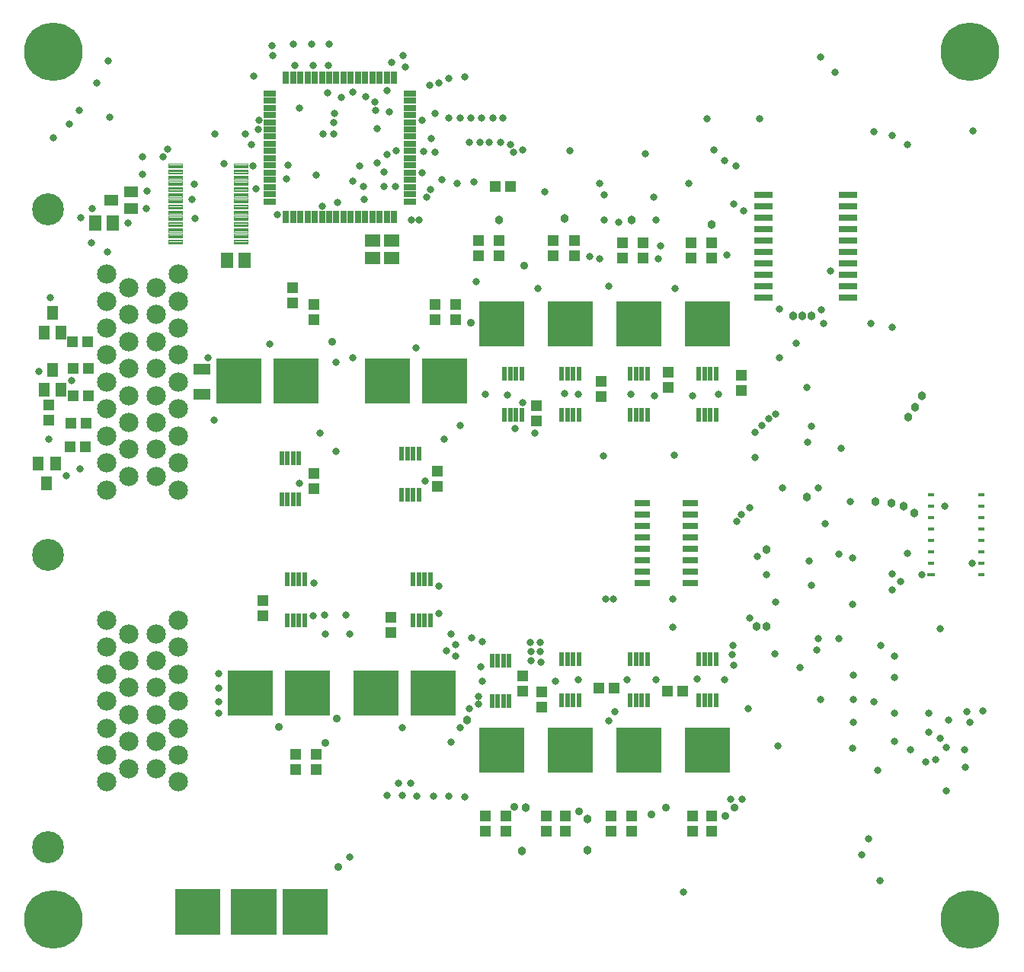
<source format=gbs>
G75*
%MOIN*%
%OFA0B0*%
%FSLAX25Y25*%
%IPPOS*%
%LPD*%
%AMOC8*
5,1,8,0,0,1.08239X$1,22.5*
%
%ADD10R,0.04537X0.04931*%
%ADD11R,0.05718X0.06506*%
%ADD12R,0.04931X0.04537*%
%ADD13R,0.07687X0.04537*%
%ADD14C,0.25600*%
%ADD15R,0.05300X0.02800*%
%ADD16R,0.02800X0.05300*%
%ADD17R,0.06112X0.04537*%
%ADD18C,0.00420*%
%ADD19R,0.03300X0.03300*%
%ADD20R,0.19197X0.19202*%
%ADD21R,0.06506X0.05718*%
%ADD22R,0.04537X0.06112*%
%ADD23C,0.08474*%
%ADD24C,0.13986*%
%ADD25R,0.03000X0.01800*%
%ADD26R,0.03750X0.01800*%
%ADD27R,0.02300X0.06100*%
%ADD28R,0.08400X0.02700*%
%ADD29R,0.07100X0.02800*%
%ADD30C,0.03301*%
%ADD31C,0.03300*%
%ADD32C,0.03500*%
%ADD33C,0.03800*%
D10*
X0198414Y0211976D03*
X0198414Y0218669D03*
X0142414Y0219476D03*
X0142414Y0226169D03*
X0164914Y0274976D03*
X0164914Y0281669D03*
X0218914Y0282669D03*
X0218914Y0275976D03*
X0262164Y0304726D03*
X0262164Y0311419D03*
X0290414Y0315476D03*
X0290414Y0322169D03*
X0319914Y0319476D03*
X0319914Y0326169D03*
X0351914Y0324669D03*
X0351914Y0317976D03*
X0256164Y0192919D03*
X0256164Y0186226D03*
X0264414Y0185919D03*
X0264414Y0179226D03*
X0064760Y0293323D03*
X0058067Y0293323D03*
X0058567Y0303823D03*
X0065260Y0303823D03*
X0066260Y0315823D03*
X0059567Y0315823D03*
X0059567Y0327823D03*
X0066260Y0327823D03*
X0065760Y0339323D03*
X0059067Y0339323D03*
D11*
X0069174Y0391323D03*
X0076654Y0391323D03*
X0126924Y0375073D03*
X0134404Y0375073D03*
D12*
X0155414Y0363169D03*
X0155414Y0356476D03*
X0164914Y0355669D03*
X0164914Y0348976D03*
X0217914Y0348976D03*
X0217914Y0355669D03*
X0226914Y0355669D03*
X0226914Y0348976D03*
X0236914Y0376976D03*
X0236914Y0383669D03*
X0245914Y0383669D03*
X0245914Y0376976D03*
X0269414Y0376976D03*
X0269414Y0383669D03*
X0278914Y0383669D03*
X0278914Y0376976D03*
X0299914Y0375976D03*
X0299914Y0382669D03*
X0308914Y0382669D03*
X0308914Y0375976D03*
X0329914Y0375976D03*
X0329914Y0382669D03*
X0338914Y0382669D03*
X0338914Y0375976D03*
X0250760Y0407323D03*
X0244067Y0407323D03*
X0048914Y0311669D03*
X0048914Y0304976D03*
X0156914Y0158669D03*
X0156914Y0151976D03*
X0165914Y0151976D03*
X0165914Y0158669D03*
X0239914Y0131669D03*
X0239914Y0124976D03*
X0248914Y0124976D03*
X0248914Y0131669D03*
X0266414Y0131669D03*
X0266414Y0124976D03*
X0274914Y0124976D03*
X0274914Y0131669D03*
X0294914Y0131669D03*
X0294914Y0124976D03*
X0303914Y0124976D03*
X0303914Y0131669D03*
X0330414Y0131669D03*
X0330414Y0124976D03*
X0338914Y0124976D03*
X0338914Y0131669D03*
X0326260Y0186323D03*
X0319567Y0186323D03*
X0296260Y0187823D03*
X0289567Y0187823D03*
D13*
X0115914Y0316311D03*
X0115914Y0327335D03*
D14*
X0050914Y0086323D03*
X0451914Y0086323D03*
X0451914Y0466323D03*
X0050914Y0466323D03*
D15*
X0145607Y0448116D03*
X0145607Y0444967D03*
X0145607Y0441817D03*
X0145607Y0438668D03*
X0145607Y0435518D03*
X0145607Y0432368D03*
X0145607Y0429219D03*
X0145607Y0426069D03*
X0145607Y0422920D03*
X0145607Y0419770D03*
X0145607Y0416620D03*
X0145607Y0413471D03*
X0145607Y0410321D03*
X0145607Y0407172D03*
X0145607Y0404022D03*
X0145607Y0400872D03*
X0206707Y0400872D03*
X0206707Y0404022D03*
X0206707Y0407172D03*
X0206707Y0410321D03*
X0206707Y0413471D03*
X0206707Y0416620D03*
X0206707Y0419770D03*
X0206707Y0422920D03*
X0206707Y0426069D03*
X0206707Y0429219D03*
X0206707Y0432368D03*
X0206707Y0435518D03*
X0206707Y0438668D03*
X0206707Y0441817D03*
X0206707Y0444967D03*
X0206707Y0448116D03*
D16*
X0199779Y0455044D03*
X0196629Y0455044D03*
X0193479Y0455044D03*
X0190330Y0455044D03*
X0187180Y0455044D03*
X0184031Y0455044D03*
X0180881Y0455044D03*
X0177731Y0455044D03*
X0174582Y0455044D03*
X0171432Y0455044D03*
X0168282Y0455044D03*
X0165133Y0455044D03*
X0161983Y0455044D03*
X0158834Y0455044D03*
X0155684Y0455044D03*
X0152534Y0455044D03*
X0152534Y0393944D03*
X0155684Y0393944D03*
X0158834Y0393944D03*
X0161983Y0393944D03*
X0165133Y0393944D03*
X0168282Y0393944D03*
X0171432Y0393944D03*
X0174582Y0393944D03*
X0177731Y0393944D03*
X0180881Y0393944D03*
X0184031Y0393944D03*
X0187180Y0393944D03*
X0190330Y0393944D03*
X0193479Y0393944D03*
X0196629Y0393944D03*
X0199779Y0393944D03*
D17*
X0084745Y0397583D03*
X0084745Y0405063D03*
X0076083Y0401323D03*
D18*
X0101102Y0401942D02*
X0101102Y0400262D01*
X0101102Y0401942D02*
X0107182Y0401942D01*
X0107182Y0400262D01*
X0101102Y0400262D01*
X0101102Y0400681D02*
X0107182Y0400681D01*
X0107182Y0401100D02*
X0101102Y0401100D01*
X0101102Y0401519D02*
X0107182Y0401519D01*
X0107182Y0401938D02*
X0101102Y0401938D01*
X0101102Y0402821D02*
X0101102Y0404501D01*
X0107182Y0404501D01*
X0107182Y0402821D01*
X0101102Y0402821D01*
X0101102Y0403240D02*
X0107182Y0403240D01*
X0107182Y0403659D02*
X0101102Y0403659D01*
X0101102Y0404078D02*
X0107182Y0404078D01*
X0107182Y0404497D02*
X0101102Y0404497D01*
X0101102Y0405380D02*
X0101102Y0407060D01*
X0107182Y0407060D01*
X0107182Y0405380D01*
X0101102Y0405380D01*
X0101102Y0405799D02*
X0107182Y0405799D01*
X0107182Y0406218D02*
X0101102Y0406218D01*
X0101102Y0406637D02*
X0107182Y0406637D01*
X0107182Y0407056D02*
X0101102Y0407056D01*
X0101102Y0407940D02*
X0101102Y0409620D01*
X0107182Y0409620D01*
X0107182Y0407940D01*
X0101102Y0407940D01*
X0101102Y0408359D02*
X0107182Y0408359D01*
X0107182Y0408778D02*
X0101102Y0408778D01*
X0101102Y0409197D02*
X0107182Y0409197D01*
X0107182Y0409616D02*
X0101102Y0409616D01*
X0101102Y0410499D02*
X0101102Y0412179D01*
X0107182Y0412179D01*
X0107182Y0410499D01*
X0101102Y0410499D01*
X0101102Y0410918D02*
X0107182Y0410918D01*
X0107182Y0411337D02*
X0101102Y0411337D01*
X0101102Y0411756D02*
X0107182Y0411756D01*
X0107182Y0412175D02*
X0101102Y0412175D01*
X0101102Y0413058D02*
X0101102Y0414738D01*
X0107182Y0414738D01*
X0107182Y0413058D01*
X0101102Y0413058D01*
X0101102Y0413477D02*
X0107182Y0413477D01*
X0107182Y0413896D02*
X0101102Y0413896D01*
X0101102Y0414315D02*
X0107182Y0414315D01*
X0107182Y0414734D02*
X0101102Y0414734D01*
X0101102Y0415617D02*
X0101102Y0417297D01*
X0107182Y0417297D01*
X0107182Y0415617D01*
X0101102Y0415617D01*
X0101102Y0416036D02*
X0107182Y0416036D01*
X0107182Y0416455D02*
X0101102Y0416455D01*
X0101102Y0416874D02*
X0107182Y0416874D01*
X0107182Y0417293D02*
X0101102Y0417293D01*
X0101102Y0399383D02*
X0101102Y0397703D01*
X0101102Y0399383D02*
X0107182Y0399383D01*
X0107182Y0397703D01*
X0101102Y0397703D01*
X0101102Y0398122D02*
X0107182Y0398122D01*
X0107182Y0398541D02*
X0101102Y0398541D01*
X0101102Y0398960D02*
X0107182Y0398960D01*
X0107182Y0399379D02*
X0101102Y0399379D01*
X0101102Y0396824D02*
X0101102Y0395144D01*
X0101102Y0396824D02*
X0107182Y0396824D01*
X0107182Y0395144D01*
X0101102Y0395144D01*
X0101102Y0395563D02*
X0107182Y0395563D01*
X0107182Y0395982D02*
X0101102Y0395982D01*
X0101102Y0396401D02*
X0107182Y0396401D01*
X0107182Y0396820D02*
X0101102Y0396820D01*
X0101102Y0394265D02*
X0101102Y0392585D01*
X0101102Y0394265D02*
X0107182Y0394265D01*
X0107182Y0392585D01*
X0101102Y0392585D01*
X0101102Y0393004D02*
X0107182Y0393004D01*
X0107182Y0393423D02*
X0101102Y0393423D01*
X0101102Y0393842D02*
X0107182Y0393842D01*
X0107182Y0394261D02*
X0101102Y0394261D01*
X0101102Y0391706D02*
X0101102Y0390026D01*
X0101102Y0391706D02*
X0107182Y0391706D01*
X0107182Y0390026D01*
X0101102Y0390026D01*
X0101102Y0390445D02*
X0107182Y0390445D01*
X0107182Y0390864D02*
X0101102Y0390864D01*
X0101102Y0391283D02*
X0107182Y0391283D01*
X0107182Y0391702D02*
X0101102Y0391702D01*
X0101102Y0389147D02*
X0101102Y0387467D01*
X0101102Y0389147D02*
X0107182Y0389147D01*
X0107182Y0387467D01*
X0101102Y0387467D01*
X0101102Y0387886D02*
X0107182Y0387886D01*
X0107182Y0388305D02*
X0101102Y0388305D01*
X0101102Y0388724D02*
X0107182Y0388724D01*
X0107182Y0389143D02*
X0101102Y0389143D01*
X0101102Y0386588D02*
X0101102Y0384908D01*
X0101102Y0386588D02*
X0107182Y0386588D01*
X0107182Y0384908D01*
X0101102Y0384908D01*
X0101102Y0385327D02*
X0107182Y0385327D01*
X0107182Y0385746D02*
X0101102Y0385746D01*
X0101102Y0386165D02*
X0107182Y0386165D01*
X0107182Y0386584D02*
X0101102Y0386584D01*
X0101102Y0384029D02*
X0101102Y0382349D01*
X0101102Y0384029D02*
X0107182Y0384029D01*
X0107182Y0382349D01*
X0101102Y0382349D01*
X0101102Y0382768D02*
X0107182Y0382768D01*
X0107182Y0383187D02*
X0101102Y0383187D01*
X0101102Y0383606D02*
X0107182Y0383606D01*
X0107182Y0384025D02*
X0101102Y0384025D01*
X0129646Y0384029D02*
X0129646Y0382349D01*
X0129646Y0384029D02*
X0135726Y0384029D01*
X0135726Y0382349D01*
X0129646Y0382349D01*
X0129646Y0382768D02*
X0135726Y0382768D01*
X0135726Y0383187D02*
X0129646Y0383187D01*
X0129646Y0383606D02*
X0135726Y0383606D01*
X0135726Y0384025D02*
X0129646Y0384025D01*
X0129646Y0384908D02*
X0129646Y0386588D01*
X0135726Y0386588D01*
X0135726Y0384908D01*
X0129646Y0384908D01*
X0129646Y0385327D02*
X0135726Y0385327D01*
X0135726Y0385746D02*
X0129646Y0385746D01*
X0129646Y0386165D02*
X0135726Y0386165D01*
X0135726Y0386584D02*
X0129646Y0386584D01*
X0129646Y0387467D02*
X0129646Y0389147D01*
X0135726Y0389147D01*
X0135726Y0387467D01*
X0129646Y0387467D01*
X0129646Y0387886D02*
X0135726Y0387886D01*
X0135726Y0388305D02*
X0129646Y0388305D01*
X0129646Y0388724D02*
X0135726Y0388724D01*
X0135726Y0389143D02*
X0129646Y0389143D01*
X0129646Y0390026D02*
X0129646Y0391706D01*
X0135726Y0391706D01*
X0135726Y0390026D01*
X0129646Y0390026D01*
X0129646Y0390445D02*
X0135726Y0390445D01*
X0135726Y0390864D02*
X0129646Y0390864D01*
X0129646Y0391283D02*
X0135726Y0391283D01*
X0135726Y0391702D02*
X0129646Y0391702D01*
X0129646Y0392585D02*
X0129646Y0394265D01*
X0135726Y0394265D01*
X0135726Y0392585D01*
X0129646Y0392585D01*
X0129646Y0393004D02*
X0135726Y0393004D01*
X0135726Y0393423D02*
X0129646Y0393423D01*
X0129646Y0393842D02*
X0135726Y0393842D01*
X0135726Y0394261D02*
X0129646Y0394261D01*
X0129646Y0395144D02*
X0129646Y0396824D01*
X0135726Y0396824D01*
X0135726Y0395144D01*
X0129646Y0395144D01*
X0129646Y0395563D02*
X0135726Y0395563D01*
X0135726Y0395982D02*
X0129646Y0395982D01*
X0129646Y0396401D02*
X0135726Y0396401D01*
X0135726Y0396820D02*
X0129646Y0396820D01*
X0129646Y0397703D02*
X0129646Y0399383D01*
X0135726Y0399383D01*
X0135726Y0397703D01*
X0129646Y0397703D01*
X0129646Y0398122D02*
X0135726Y0398122D01*
X0135726Y0398541D02*
X0129646Y0398541D01*
X0129646Y0398960D02*
X0135726Y0398960D01*
X0135726Y0399379D02*
X0129646Y0399379D01*
X0129646Y0400262D02*
X0129646Y0401942D01*
X0135726Y0401942D01*
X0135726Y0400262D01*
X0129646Y0400262D01*
X0129646Y0400681D02*
X0135726Y0400681D01*
X0135726Y0401100D02*
X0129646Y0401100D01*
X0129646Y0401519D02*
X0135726Y0401519D01*
X0135726Y0401938D02*
X0129646Y0401938D01*
X0129646Y0402821D02*
X0129646Y0404501D01*
X0135726Y0404501D01*
X0135726Y0402821D01*
X0129646Y0402821D01*
X0129646Y0403240D02*
X0135726Y0403240D01*
X0135726Y0403659D02*
X0129646Y0403659D01*
X0129646Y0404078D02*
X0135726Y0404078D01*
X0135726Y0404497D02*
X0129646Y0404497D01*
X0129646Y0405380D02*
X0129646Y0407060D01*
X0135726Y0407060D01*
X0135726Y0405380D01*
X0129646Y0405380D01*
X0129646Y0405799D02*
X0135726Y0405799D01*
X0135726Y0406218D02*
X0129646Y0406218D01*
X0129646Y0406637D02*
X0135726Y0406637D01*
X0135726Y0407056D02*
X0129646Y0407056D01*
X0129646Y0407940D02*
X0129646Y0409620D01*
X0135726Y0409620D01*
X0135726Y0407940D01*
X0129646Y0407940D01*
X0129646Y0408359D02*
X0135726Y0408359D01*
X0135726Y0408778D02*
X0129646Y0408778D01*
X0129646Y0409197D02*
X0135726Y0409197D01*
X0135726Y0409616D02*
X0129646Y0409616D01*
X0129646Y0410499D02*
X0129646Y0412179D01*
X0135726Y0412179D01*
X0135726Y0410499D01*
X0129646Y0410499D01*
X0129646Y0410918D02*
X0135726Y0410918D01*
X0135726Y0411337D02*
X0129646Y0411337D01*
X0129646Y0411756D02*
X0135726Y0411756D01*
X0135726Y0412175D02*
X0129646Y0412175D01*
X0129646Y0413058D02*
X0129646Y0414738D01*
X0135726Y0414738D01*
X0135726Y0413058D01*
X0129646Y0413058D01*
X0129646Y0413477D02*
X0135726Y0413477D01*
X0135726Y0413896D02*
X0129646Y0413896D01*
X0129646Y0414315D02*
X0135726Y0414315D01*
X0135726Y0414734D02*
X0129646Y0414734D01*
X0129646Y0415617D02*
X0129646Y0417297D01*
X0135726Y0417297D01*
X0135726Y0415617D01*
X0129646Y0415617D01*
X0129646Y0416036D02*
X0135726Y0416036D01*
X0135726Y0416455D02*
X0129646Y0416455D01*
X0129646Y0416874D02*
X0135726Y0416874D01*
X0135726Y0417293D02*
X0129646Y0417293D01*
D19*
X0129181Y0330423D03*
X0131914Y0330423D03*
X0134647Y0330423D03*
X0137380Y0330423D03*
X0140114Y0330423D03*
X0140114Y0327689D03*
X0140114Y0324957D03*
X0137380Y0324957D03*
X0137380Y0327689D03*
X0134647Y0327689D03*
X0134647Y0324957D03*
X0131914Y0324957D03*
X0131914Y0327689D03*
X0129181Y0327689D03*
X0129181Y0324957D03*
X0126448Y0324957D03*
X0126448Y0327689D03*
X0126448Y0330423D03*
X0123714Y0330423D03*
X0123714Y0327689D03*
X0123714Y0324957D03*
X0123714Y0322223D03*
X0123714Y0319490D03*
X0123714Y0316757D03*
X0126448Y0316757D03*
X0126448Y0319490D03*
X0126448Y0322223D03*
X0129181Y0322223D03*
X0131914Y0322223D03*
X0134647Y0322223D03*
X0137380Y0322223D03*
X0137380Y0319490D03*
X0134647Y0319490D03*
X0131914Y0319490D03*
X0129181Y0319490D03*
X0129181Y0316757D03*
X0131914Y0316757D03*
X0134647Y0316757D03*
X0137380Y0316757D03*
X0140114Y0316757D03*
X0140114Y0319490D03*
X0140114Y0322223D03*
X0140114Y0314023D03*
X0137380Y0314023D03*
X0134647Y0314023D03*
X0131914Y0314023D03*
X0129181Y0314023D03*
X0126448Y0314023D03*
X0123714Y0314023D03*
X0148714Y0314023D03*
X0148714Y0316757D03*
X0148714Y0319490D03*
X0148714Y0322223D03*
X0148714Y0324957D03*
X0148714Y0327689D03*
X0148714Y0330423D03*
X0151448Y0330423D03*
X0154181Y0330423D03*
X0156914Y0330423D03*
X0159647Y0330423D03*
X0162380Y0330423D03*
X0165114Y0330423D03*
X0165114Y0327689D03*
X0165114Y0324957D03*
X0162380Y0324957D03*
X0162380Y0327689D03*
X0159647Y0327689D03*
X0159647Y0324957D03*
X0156914Y0324957D03*
X0156914Y0327689D03*
X0154181Y0327689D03*
X0154181Y0324957D03*
X0151448Y0324957D03*
X0151448Y0327689D03*
X0151448Y0322223D03*
X0154181Y0322223D03*
X0156914Y0322223D03*
X0159647Y0322223D03*
X0162380Y0322223D03*
X0162380Y0319490D03*
X0159647Y0319490D03*
X0156914Y0319490D03*
X0154181Y0319490D03*
X0151448Y0319490D03*
X0151448Y0316757D03*
X0154181Y0316757D03*
X0156914Y0316757D03*
X0159647Y0316757D03*
X0162380Y0316757D03*
X0165114Y0316757D03*
X0165114Y0319490D03*
X0165114Y0322223D03*
X0165114Y0314023D03*
X0162380Y0314023D03*
X0159647Y0314023D03*
X0156914Y0314023D03*
X0154181Y0314023D03*
X0151448Y0314023D03*
X0188714Y0314023D03*
X0188714Y0316757D03*
X0188714Y0319490D03*
X0188714Y0322223D03*
X0188714Y0324957D03*
X0188714Y0327689D03*
X0188714Y0330423D03*
X0191448Y0330423D03*
X0194181Y0330423D03*
X0196914Y0330423D03*
X0199647Y0330423D03*
X0202380Y0330423D03*
X0205114Y0330423D03*
X0205114Y0327689D03*
X0205114Y0324957D03*
X0202380Y0324957D03*
X0202380Y0327689D03*
X0199647Y0327689D03*
X0199647Y0324957D03*
X0196914Y0324957D03*
X0196914Y0327689D03*
X0194181Y0327689D03*
X0194181Y0324957D03*
X0191448Y0324957D03*
X0191448Y0327689D03*
X0191448Y0322223D03*
X0194181Y0322223D03*
X0196914Y0322223D03*
X0199647Y0322223D03*
X0202380Y0322223D03*
X0202380Y0319490D03*
X0199647Y0319490D03*
X0196914Y0319490D03*
X0194181Y0319490D03*
X0191448Y0319490D03*
X0191448Y0316757D03*
X0194181Y0316757D03*
X0196914Y0316757D03*
X0199647Y0316757D03*
X0202380Y0316757D03*
X0205114Y0316757D03*
X0205114Y0319490D03*
X0205114Y0322223D03*
X0213714Y0322223D03*
X0213714Y0319490D03*
X0213714Y0316757D03*
X0216448Y0316757D03*
X0216448Y0319490D03*
X0216448Y0322223D03*
X0219181Y0322223D03*
X0221914Y0322223D03*
X0224647Y0322223D03*
X0227380Y0322223D03*
X0227380Y0319490D03*
X0224647Y0319490D03*
X0221914Y0319490D03*
X0219181Y0319490D03*
X0219181Y0316757D03*
X0221914Y0316757D03*
X0224647Y0316757D03*
X0227380Y0316757D03*
X0230114Y0316757D03*
X0230114Y0319490D03*
X0230114Y0322223D03*
X0230114Y0324957D03*
X0230114Y0327689D03*
X0230114Y0330423D03*
X0227380Y0330423D03*
X0224647Y0330423D03*
X0221914Y0330423D03*
X0219181Y0330423D03*
X0216448Y0330423D03*
X0213714Y0330423D03*
X0213714Y0327689D03*
X0213714Y0324957D03*
X0216448Y0324957D03*
X0216448Y0327689D03*
X0219181Y0327689D03*
X0219181Y0324957D03*
X0221914Y0324957D03*
X0221914Y0327689D03*
X0224647Y0327689D03*
X0224647Y0324957D03*
X0227380Y0324957D03*
X0227380Y0327689D03*
X0238714Y0339023D03*
X0238714Y0341757D03*
X0238714Y0344490D03*
X0238714Y0347223D03*
X0238714Y0349957D03*
X0238714Y0352689D03*
X0238714Y0355423D03*
X0241448Y0355423D03*
X0244181Y0355423D03*
X0246914Y0355423D03*
X0249647Y0355423D03*
X0252380Y0355423D03*
X0255114Y0355423D03*
X0255114Y0352689D03*
X0255114Y0349957D03*
X0252380Y0349957D03*
X0252380Y0352689D03*
X0249647Y0352689D03*
X0249647Y0349957D03*
X0246914Y0349957D03*
X0246914Y0352689D03*
X0244181Y0352689D03*
X0244181Y0349957D03*
X0241448Y0349957D03*
X0241448Y0352689D03*
X0241448Y0347223D03*
X0244181Y0347223D03*
X0246914Y0347223D03*
X0249647Y0347223D03*
X0252380Y0347223D03*
X0252380Y0344490D03*
X0249647Y0344490D03*
X0246914Y0344490D03*
X0244181Y0344490D03*
X0241448Y0344490D03*
X0241448Y0341757D03*
X0244181Y0341757D03*
X0246914Y0341757D03*
X0249647Y0341757D03*
X0252380Y0341757D03*
X0255114Y0341757D03*
X0255114Y0344490D03*
X0255114Y0347223D03*
X0255114Y0339023D03*
X0252380Y0339023D03*
X0249647Y0339023D03*
X0246914Y0339023D03*
X0244181Y0339023D03*
X0241448Y0339023D03*
X0268714Y0339023D03*
X0268714Y0341757D03*
X0268714Y0344490D03*
X0268714Y0347223D03*
X0268714Y0349957D03*
X0268714Y0352689D03*
X0268714Y0355423D03*
X0271448Y0355423D03*
X0274181Y0355423D03*
X0276914Y0355423D03*
X0279647Y0355423D03*
X0282380Y0355423D03*
X0285114Y0355423D03*
X0285114Y0352689D03*
X0285114Y0349957D03*
X0282380Y0349957D03*
X0282380Y0352689D03*
X0279647Y0352689D03*
X0279647Y0349957D03*
X0276914Y0349957D03*
X0276914Y0352689D03*
X0274181Y0352689D03*
X0274181Y0349957D03*
X0271448Y0349957D03*
X0271448Y0352689D03*
X0271448Y0347223D03*
X0274181Y0347223D03*
X0276914Y0347223D03*
X0279647Y0347223D03*
X0282380Y0347223D03*
X0282380Y0344490D03*
X0279647Y0344490D03*
X0276914Y0344490D03*
X0274181Y0344490D03*
X0271448Y0344490D03*
X0271448Y0341757D03*
X0274181Y0341757D03*
X0276914Y0341757D03*
X0279647Y0341757D03*
X0282380Y0341757D03*
X0285114Y0341757D03*
X0285114Y0344490D03*
X0285114Y0347223D03*
X0285114Y0339023D03*
X0282380Y0339023D03*
X0279647Y0339023D03*
X0276914Y0339023D03*
X0274181Y0339023D03*
X0271448Y0339023D03*
X0298714Y0339023D03*
X0298714Y0341757D03*
X0298714Y0344490D03*
X0298714Y0347223D03*
X0298714Y0349957D03*
X0298714Y0352689D03*
X0298714Y0355423D03*
X0301448Y0355423D03*
X0304181Y0355423D03*
X0306914Y0355423D03*
X0309647Y0355423D03*
X0312380Y0355423D03*
X0315114Y0355423D03*
X0315114Y0352689D03*
X0315114Y0349957D03*
X0312380Y0349957D03*
X0312380Y0352689D03*
X0309647Y0352689D03*
X0309647Y0349957D03*
X0306914Y0349957D03*
X0306914Y0352689D03*
X0304181Y0352689D03*
X0304181Y0349957D03*
X0301448Y0349957D03*
X0301448Y0352689D03*
X0301448Y0347223D03*
X0304181Y0347223D03*
X0306914Y0347223D03*
X0309647Y0347223D03*
X0312380Y0347223D03*
X0312380Y0344490D03*
X0309647Y0344490D03*
X0306914Y0344490D03*
X0304181Y0344490D03*
X0301448Y0344490D03*
X0301448Y0341757D03*
X0304181Y0341757D03*
X0306914Y0341757D03*
X0309647Y0341757D03*
X0312380Y0341757D03*
X0315114Y0341757D03*
X0315114Y0344490D03*
X0315114Y0347223D03*
X0315114Y0339023D03*
X0312380Y0339023D03*
X0309647Y0339023D03*
X0306914Y0339023D03*
X0304181Y0339023D03*
X0301448Y0339023D03*
X0328714Y0339023D03*
X0328714Y0341757D03*
X0328714Y0344490D03*
X0328714Y0347223D03*
X0328714Y0349957D03*
X0328714Y0352689D03*
X0328714Y0355423D03*
X0331448Y0355423D03*
X0334181Y0355423D03*
X0336914Y0355423D03*
X0339647Y0355423D03*
X0342380Y0355423D03*
X0345114Y0355423D03*
X0345114Y0352689D03*
X0345114Y0349957D03*
X0342380Y0349957D03*
X0342380Y0352689D03*
X0339647Y0352689D03*
X0339647Y0349957D03*
X0336914Y0349957D03*
X0336914Y0352689D03*
X0334181Y0352689D03*
X0334181Y0349957D03*
X0331448Y0349957D03*
X0331448Y0352689D03*
X0331448Y0347223D03*
X0334181Y0347223D03*
X0336914Y0347223D03*
X0339647Y0347223D03*
X0342380Y0347223D03*
X0342380Y0344490D03*
X0339647Y0344490D03*
X0336914Y0344490D03*
X0334181Y0344490D03*
X0331448Y0344490D03*
X0331448Y0341757D03*
X0334181Y0341757D03*
X0336914Y0341757D03*
X0339647Y0341757D03*
X0342380Y0341757D03*
X0345114Y0341757D03*
X0345114Y0344490D03*
X0345114Y0347223D03*
X0345114Y0339023D03*
X0342380Y0339023D03*
X0339647Y0339023D03*
X0336914Y0339023D03*
X0334181Y0339023D03*
X0331448Y0339023D03*
X0230114Y0314023D03*
X0227380Y0314023D03*
X0224647Y0314023D03*
X0221914Y0314023D03*
X0219181Y0314023D03*
X0216448Y0314023D03*
X0213714Y0314023D03*
X0205114Y0314023D03*
X0202380Y0314023D03*
X0199647Y0314023D03*
X0196914Y0314023D03*
X0194181Y0314023D03*
X0191448Y0314023D03*
X0191914Y0193623D03*
X0194647Y0193623D03*
X0197380Y0193623D03*
X0200114Y0193623D03*
X0200114Y0190889D03*
X0200114Y0188156D03*
X0200114Y0185423D03*
X0197380Y0185423D03*
X0197380Y0188156D03*
X0197380Y0190889D03*
X0194647Y0190889D03*
X0191914Y0190889D03*
X0189181Y0190889D03*
X0186448Y0190889D03*
X0186448Y0188156D03*
X0189181Y0188156D03*
X0191914Y0188156D03*
X0194647Y0188156D03*
X0194647Y0185423D03*
X0191914Y0185423D03*
X0189181Y0185423D03*
X0186448Y0185423D03*
X0183714Y0185423D03*
X0183714Y0188156D03*
X0183714Y0190889D03*
X0183714Y0193623D03*
X0186448Y0193623D03*
X0189181Y0193623D03*
X0189181Y0182689D03*
X0189181Y0179957D03*
X0191914Y0179957D03*
X0191914Y0182689D03*
X0194647Y0182689D03*
X0194647Y0179957D03*
X0197380Y0179957D03*
X0197380Y0182689D03*
X0200114Y0182689D03*
X0200114Y0179957D03*
X0200114Y0177223D03*
X0197380Y0177223D03*
X0194647Y0177223D03*
X0191914Y0177223D03*
X0189181Y0177223D03*
X0186448Y0177223D03*
X0186448Y0179957D03*
X0186448Y0182689D03*
X0183714Y0182689D03*
X0183714Y0179957D03*
X0183714Y0177223D03*
X0170114Y0177223D03*
X0170114Y0179957D03*
X0170114Y0182689D03*
X0170114Y0185423D03*
X0170114Y0188156D03*
X0170114Y0190889D03*
X0170114Y0193623D03*
X0167380Y0193623D03*
X0164647Y0193623D03*
X0161914Y0193623D03*
X0159181Y0193623D03*
X0156448Y0193623D03*
X0153714Y0193623D03*
X0153714Y0190889D03*
X0153714Y0188156D03*
X0153714Y0185423D03*
X0156448Y0185423D03*
X0156448Y0188156D03*
X0156448Y0190889D03*
X0159181Y0190889D03*
X0161914Y0190889D03*
X0164647Y0190889D03*
X0167380Y0190889D03*
X0167380Y0188156D03*
X0164647Y0188156D03*
X0161914Y0188156D03*
X0159181Y0188156D03*
X0159181Y0185423D03*
X0161914Y0185423D03*
X0164647Y0185423D03*
X0167380Y0185423D03*
X0167380Y0182689D03*
X0167380Y0179957D03*
X0164647Y0179957D03*
X0164647Y0182689D03*
X0161914Y0182689D03*
X0161914Y0179957D03*
X0159181Y0179957D03*
X0159181Y0182689D03*
X0156448Y0182689D03*
X0156448Y0179957D03*
X0153714Y0179957D03*
X0153714Y0182689D03*
X0153714Y0177223D03*
X0156448Y0177223D03*
X0159181Y0177223D03*
X0161914Y0177223D03*
X0164647Y0177223D03*
X0167380Y0177223D03*
X0145114Y0177223D03*
X0145114Y0179957D03*
X0145114Y0182689D03*
X0145114Y0185423D03*
X0145114Y0188156D03*
X0145114Y0190889D03*
X0145114Y0193623D03*
X0142380Y0193623D03*
X0139647Y0193623D03*
X0136914Y0193623D03*
X0134181Y0193623D03*
X0131448Y0193623D03*
X0128714Y0193623D03*
X0128714Y0190889D03*
X0128714Y0188156D03*
X0128714Y0185423D03*
X0131448Y0185423D03*
X0131448Y0188156D03*
X0131448Y0190889D03*
X0134181Y0190889D03*
X0136914Y0190889D03*
X0139647Y0190889D03*
X0142380Y0190889D03*
X0142380Y0188156D03*
X0139647Y0188156D03*
X0136914Y0188156D03*
X0134181Y0188156D03*
X0134181Y0185423D03*
X0136914Y0185423D03*
X0139647Y0185423D03*
X0142380Y0185423D03*
X0142380Y0182689D03*
X0142380Y0179957D03*
X0139647Y0179957D03*
X0139647Y0182689D03*
X0136914Y0182689D03*
X0136914Y0179957D03*
X0134181Y0179957D03*
X0134181Y0182689D03*
X0131448Y0182689D03*
X0131448Y0179957D03*
X0128714Y0179957D03*
X0128714Y0182689D03*
X0128714Y0177223D03*
X0131448Y0177223D03*
X0134181Y0177223D03*
X0136914Y0177223D03*
X0139647Y0177223D03*
X0142380Y0177223D03*
X0208714Y0177223D03*
X0208714Y0179957D03*
X0208714Y0182689D03*
X0208714Y0185423D03*
X0208714Y0188156D03*
X0208714Y0190889D03*
X0208714Y0193623D03*
X0211448Y0193623D03*
X0214181Y0193623D03*
X0216914Y0193623D03*
X0219647Y0193623D03*
X0222380Y0193623D03*
X0225114Y0193623D03*
X0225114Y0190889D03*
X0225114Y0188156D03*
X0225114Y0185423D03*
X0222380Y0185423D03*
X0222380Y0188156D03*
X0222380Y0190889D03*
X0219647Y0190889D03*
X0216914Y0190889D03*
X0214181Y0190889D03*
X0211448Y0190889D03*
X0211448Y0188156D03*
X0214181Y0188156D03*
X0216914Y0188156D03*
X0219647Y0188156D03*
X0219647Y0185423D03*
X0216914Y0185423D03*
X0214181Y0185423D03*
X0211448Y0185423D03*
X0211448Y0182689D03*
X0211448Y0179957D03*
X0214181Y0179957D03*
X0214181Y0182689D03*
X0216914Y0182689D03*
X0216914Y0179957D03*
X0219647Y0179957D03*
X0219647Y0182689D03*
X0222380Y0182689D03*
X0222380Y0179957D03*
X0225114Y0179957D03*
X0225114Y0182689D03*
X0225114Y0177223D03*
X0222380Y0177223D03*
X0219647Y0177223D03*
X0216914Y0177223D03*
X0214181Y0177223D03*
X0211448Y0177223D03*
X0238714Y0168623D03*
X0241448Y0168623D03*
X0244181Y0168623D03*
X0246914Y0168623D03*
X0249647Y0168623D03*
X0252380Y0168623D03*
X0255114Y0168623D03*
X0255114Y0165889D03*
X0255114Y0163156D03*
X0255114Y0160423D03*
X0252380Y0160423D03*
X0252380Y0163156D03*
X0252380Y0165889D03*
X0249647Y0165889D03*
X0246914Y0165889D03*
X0244181Y0165889D03*
X0241448Y0165889D03*
X0241448Y0163156D03*
X0244181Y0163156D03*
X0246914Y0163156D03*
X0249647Y0163156D03*
X0249647Y0160423D03*
X0246914Y0160423D03*
X0244181Y0160423D03*
X0241448Y0160423D03*
X0238714Y0160423D03*
X0238714Y0163156D03*
X0238714Y0165889D03*
X0238714Y0157689D03*
X0238714Y0154957D03*
X0241448Y0154957D03*
X0241448Y0157689D03*
X0244181Y0157689D03*
X0244181Y0154957D03*
X0246914Y0154957D03*
X0246914Y0157689D03*
X0249647Y0157689D03*
X0249647Y0154957D03*
X0252380Y0154957D03*
X0252380Y0157689D03*
X0255114Y0157689D03*
X0255114Y0154957D03*
X0255114Y0152223D03*
X0252380Y0152223D03*
X0249647Y0152223D03*
X0246914Y0152223D03*
X0244181Y0152223D03*
X0241448Y0152223D03*
X0238714Y0152223D03*
X0268714Y0152223D03*
X0268714Y0154957D03*
X0268714Y0157689D03*
X0268714Y0160423D03*
X0268714Y0163156D03*
X0268714Y0165889D03*
X0268714Y0168623D03*
X0271448Y0168623D03*
X0274181Y0168623D03*
X0276914Y0168623D03*
X0279647Y0168623D03*
X0282380Y0168623D03*
X0285114Y0168623D03*
X0285114Y0165889D03*
X0285114Y0163156D03*
X0285114Y0160423D03*
X0282380Y0160423D03*
X0282380Y0163156D03*
X0282380Y0165889D03*
X0279647Y0165889D03*
X0276914Y0165889D03*
X0274181Y0165889D03*
X0271448Y0165889D03*
X0271448Y0163156D03*
X0274181Y0163156D03*
X0276914Y0163156D03*
X0279647Y0163156D03*
X0279647Y0160423D03*
X0276914Y0160423D03*
X0274181Y0160423D03*
X0271448Y0160423D03*
X0271448Y0157689D03*
X0271448Y0154957D03*
X0274181Y0154957D03*
X0274181Y0157689D03*
X0276914Y0157689D03*
X0276914Y0154957D03*
X0279647Y0154957D03*
X0279647Y0157689D03*
X0282380Y0157689D03*
X0282380Y0154957D03*
X0285114Y0154957D03*
X0285114Y0157689D03*
X0285114Y0152223D03*
X0282380Y0152223D03*
X0279647Y0152223D03*
X0276914Y0152223D03*
X0274181Y0152223D03*
X0271448Y0152223D03*
X0298714Y0152223D03*
X0298714Y0154957D03*
X0298714Y0157689D03*
X0298714Y0160423D03*
X0298714Y0163156D03*
X0298714Y0165889D03*
X0298714Y0168623D03*
X0301448Y0168623D03*
X0304181Y0168623D03*
X0306914Y0168623D03*
X0309647Y0168623D03*
X0312380Y0168623D03*
X0315114Y0168623D03*
X0315114Y0165889D03*
X0315114Y0163156D03*
X0315114Y0160423D03*
X0312380Y0160423D03*
X0312380Y0163156D03*
X0312380Y0165889D03*
X0309647Y0165889D03*
X0306914Y0165889D03*
X0304181Y0165889D03*
X0301448Y0165889D03*
X0301448Y0163156D03*
X0304181Y0163156D03*
X0306914Y0163156D03*
X0309647Y0163156D03*
X0309647Y0160423D03*
X0306914Y0160423D03*
X0304181Y0160423D03*
X0301448Y0160423D03*
X0301448Y0157689D03*
X0301448Y0154957D03*
X0304181Y0154957D03*
X0304181Y0157689D03*
X0306914Y0157689D03*
X0306914Y0154957D03*
X0309647Y0154957D03*
X0309647Y0157689D03*
X0312380Y0157689D03*
X0312380Y0154957D03*
X0315114Y0154957D03*
X0315114Y0157689D03*
X0315114Y0152223D03*
X0312380Y0152223D03*
X0309647Y0152223D03*
X0306914Y0152223D03*
X0304181Y0152223D03*
X0301448Y0152223D03*
X0328714Y0152223D03*
X0328714Y0154957D03*
X0328714Y0157689D03*
X0328714Y0160423D03*
X0328714Y0163156D03*
X0328714Y0165889D03*
X0328714Y0168623D03*
X0331448Y0168623D03*
X0334181Y0168623D03*
X0336914Y0168623D03*
X0339647Y0168623D03*
X0342380Y0168623D03*
X0345114Y0168623D03*
X0345114Y0165889D03*
X0345114Y0163156D03*
X0345114Y0160423D03*
X0342380Y0160423D03*
X0342380Y0163156D03*
X0342380Y0165889D03*
X0339647Y0165889D03*
X0336914Y0165889D03*
X0334181Y0165889D03*
X0331448Y0165889D03*
X0331448Y0163156D03*
X0334181Y0163156D03*
X0336914Y0163156D03*
X0339647Y0163156D03*
X0339647Y0160423D03*
X0336914Y0160423D03*
X0334181Y0160423D03*
X0331448Y0160423D03*
X0331448Y0157689D03*
X0331448Y0154957D03*
X0334181Y0154957D03*
X0334181Y0157689D03*
X0336914Y0157689D03*
X0336914Y0154957D03*
X0339647Y0154957D03*
X0339647Y0157689D03*
X0342380Y0157689D03*
X0342380Y0154957D03*
X0345114Y0154957D03*
X0345114Y0157689D03*
X0345114Y0152223D03*
X0342380Y0152223D03*
X0339647Y0152223D03*
X0336914Y0152223D03*
X0334181Y0152223D03*
X0331448Y0152223D03*
X0169114Y0097923D03*
X0166380Y0097923D03*
X0163647Y0097923D03*
X0160914Y0097923D03*
X0158181Y0097923D03*
X0155448Y0097923D03*
X0152714Y0097923D03*
X0152714Y0095189D03*
X0152714Y0092457D03*
X0155448Y0092457D03*
X0155448Y0095189D03*
X0158181Y0095189D03*
X0158181Y0092457D03*
X0160914Y0092457D03*
X0160914Y0095189D03*
X0163647Y0095189D03*
X0163647Y0092457D03*
X0166380Y0092457D03*
X0166380Y0095189D03*
X0169114Y0095189D03*
X0169114Y0092457D03*
X0169114Y0089723D03*
X0169114Y0086990D03*
X0169114Y0084257D03*
X0166380Y0084257D03*
X0166380Y0086990D03*
X0166380Y0089723D03*
X0163647Y0089723D03*
X0160914Y0089723D03*
X0158181Y0089723D03*
X0155448Y0089723D03*
X0155448Y0086990D03*
X0158181Y0086990D03*
X0160914Y0086990D03*
X0163647Y0086990D03*
X0163647Y0084257D03*
X0160914Y0084257D03*
X0158181Y0084257D03*
X0155448Y0084257D03*
X0152714Y0084257D03*
X0152714Y0086990D03*
X0152714Y0089723D03*
X0146614Y0089723D03*
X0146614Y0086990D03*
X0146614Y0084257D03*
X0143880Y0084257D03*
X0143880Y0086990D03*
X0143880Y0089723D03*
X0141147Y0089723D03*
X0138414Y0089723D03*
X0135681Y0089723D03*
X0132948Y0089723D03*
X0132948Y0086990D03*
X0135681Y0086990D03*
X0138414Y0086990D03*
X0141147Y0086990D03*
X0141147Y0084257D03*
X0138414Y0084257D03*
X0135681Y0084257D03*
X0132948Y0084257D03*
X0130214Y0084257D03*
X0130214Y0086990D03*
X0130214Y0089723D03*
X0130214Y0092457D03*
X0130214Y0095189D03*
X0130214Y0097923D03*
X0132948Y0097923D03*
X0135681Y0097923D03*
X0138414Y0097923D03*
X0141147Y0097923D03*
X0143880Y0097923D03*
X0146614Y0097923D03*
X0146614Y0095189D03*
X0146614Y0092457D03*
X0143880Y0092457D03*
X0143880Y0095189D03*
X0141147Y0095189D03*
X0141147Y0092457D03*
X0138414Y0092457D03*
X0138414Y0095189D03*
X0135681Y0095189D03*
X0135681Y0092457D03*
X0132948Y0092457D03*
X0132948Y0095189D03*
X0122114Y0095189D03*
X0122114Y0092457D03*
X0119380Y0092457D03*
X0119380Y0095189D03*
X0116647Y0095189D03*
X0116647Y0092457D03*
X0113914Y0092457D03*
X0113914Y0095189D03*
X0111181Y0095189D03*
X0111181Y0092457D03*
X0108448Y0092457D03*
X0108448Y0095189D03*
X0108448Y0097923D03*
X0111181Y0097923D03*
X0113914Y0097923D03*
X0116647Y0097923D03*
X0119380Y0097923D03*
X0122114Y0097923D03*
X0122114Y0089723D03*
X0122114Y0086990D03*
X0122114Y0084257D03*
X0119380Y0084257D03*
X0119380Y0086990D03*
X0119380Y0089723D03*
X0116647Y0089723D03*
X0113914Y0089723D03*
X0111181Y0089723D03*
X0108448Y0089723D03*
X0108448Y0086990D03*
X0111181Y0086990D03*
X0113914Y0086990D03*
X0116647Y0086990D03*
X0116647Y0084257D03*
X0113914Y0084257D03*
X0111181Y0084257D03*
X0108448Y0084257D03*
X0105714Y0084257D03*
X0105714Y0086990D03*
X0105714Y0089723D03*
X0105714Y0092457D03*
X0105714Y0095189D03*
X0105714Y0097923D03*
X0105714Y0081523D03*
X0108448Y0081523D03*
X0111181Y0081523D03*
X0113914Y0081523D03*
X0116647Y0081523D03*
X0119380Y0081523D03*
X0122114Y0081523D03*
X0130214Y0081523D03*
X0132948Y0081523D03*
X0135681Y0081523D03*
X0138414Y0081523D03*
X0141147Y0081523D03*
X0143880Y0081523D03*
X0146614Y0081523D03*
X0152714Y0081523D03*
X0155448Y0081523D03*
X0158181Y0081523D03*
X0160914Y0081523D03*
X0163647Y0081523D03*
X0166380Y0081523D03*
X0169114Y0081523D03*
D20*
X0160913Y0089724D03*
X0138413Y0089724D03*
X0113913Y0089724D03*
X0136915Y0185421D03*
X0161915Y0185421D03*
X0191915Y0185421D03*
X0216915Y0185421D03*
X0246915Y0160421D03*
X0276915Y0160421D03*
X0306915Y0160421D03*
X0336915Y0160421D03*
X0221913Y0322224D03*
X0196913Y0322224D03*
X0156913Y0322224D03*
X0131913Y0322224D03*
X0246913Y0347224D03*
X0276913Y0347224D03*
X0306913Y0347224D03*
X0336913Y0347224D03*
D21*
X0198914Y0376083D03*
X0198914Y0383563D03*
X0190414Y0383563D03*
X0190414Y0376083D03*
D22*
X0054154Y0343492D03*
X0046674Y0343492D03*
X0050414Y0352154D03*
X0050414Y0327154D03*
X0054154Y0318492D03*
X0046674Y0318492D03*
X0044174Y0286154D03*
X0051654Y0286154D03*
X0047914Y0277492D03*
D23*
X0074040Y0274512D03*
X0083882Y0280417D03*
X0074040Y0286323D03*
X0083882Y0292228D03*
X0074040Y0298134D03*
X0083882Y0304039D03*
X0074040Y0309945D03*
X0083882Y0315850D03*
X0074040Y0321756D03*
X0083882Y0327661D03*
X0074040Y0333567D03*
X0083882Y0339472D03*
X0074040Y0345378D03*
X0083882Y0351283D03*
X0074040Y0357189D03*
X0083882Y0363095D03*
X0074040Y0369000D03*
X0095693Y0363095D03*
X0105536Y0369000D03*
X0105536Y0357189D03*
X0095693Y0351283D03*
X0105536Y0345378D03*
X0095693Y0339472D03*
X0105536Y0333567D03*
X0095693Y0327661D03*
X0105536Y0321756D03*
X0095693Y0315850D03*
X0105536Y0309945D03*
X0095693Y0304039D03*
X0105536Y0298134D03*
X0095693Y0292228D03*
X0105536Y0286323D03*
X0095693Y0280417D03*
X0105536Y0274512D03*
X0105536Y0217425D03*
X0095693Y0211520D03*
X0105536Y0205614D03*
X0095693Y0199709D03*
X0105536Y0193803D03*
X0095693Y0187898D03*
X0105536Y0181992D03*
X0095693Y0176087D03*
X0105536Y0170181D03*
X0095693Y0164276D03*
X0105536Y0158370D03*
X0095693Y0152465D03*
X0105536Y0146559D03*
X0083882Y0152465D03*
X0074040Y0158370D03*
X0083882Y0164276D03*
X0074040Y0170181D03*
X0083882Y0176087D03*
X0074040Y0181992D03*
X0083882Y0187898D03*
X0074040Y0193803D03*
X0083882Y0199709D03*
X0074040Y0205614D03*
X0083882Y0211520D03*
X0074040Y0217425D03*
X0074040Y0146559D03*
D24*
X0048449Y0118016D03*
X0048449Y0245969D03*
X0048449Y0397543D03*
D25*
X0434890Y0272323D03*
X0434890Y0267323D03*
X0434890Y0262323D03*
X0434890Y0257323D03*
X0434890Y0252323D03*
X0434890Y0247323D03*
X0434890Y0242323D03*
X0456937Y0242323D03*
X0456937Y0247323D03*
X0456937Y0252323D03*
X0456937Y0257323D03*
X0456937Y0262323D03*
X0456937Y0267323D03*
X0456937Y0272323D03*
X0456937Y0237323D03*
D26*
X0434890Y0237323D03*
D27*
X0340714Y0200223D03*
X0338214Y0200223D03*
X0335614Y0200223D03*
X0333114Y0200223D03*
X0333114Y0182423D03*
X0335614Y0182423D03*
X0338214Y0182423D03*
X0340714Y0182423D03*
X0310714Y0182423D03*
X0308214Y0182423D03*
X0305614Y0182423D03*
X0303114Y0182423D03*
X0303114Y0200223D03*
X0305614Y0200223D03*
X0308214Y0200223D03*
X0310714Y0200223D03*
X0280714Y0200223D03*
X0278214Y0200223D03*
X0275614Y0200223D03*
X0273114Y0200223D03*
X0273114Y0182423D03*
X0275614Y0182423D03*
X0278214Y0182423D03*
X0280714Y0182423D03*
X0250214Y0181923D03*
X0247714Y0181923D03*
X0245114Y0181923D03*
X0242614Y0181923D03*
X0242614Y0199723D03*
X0245114Y0199723D03*
X0247714Y0199723D03*
X0250214Y0199723D03*
X0215714Y0217423D03*
X0213214Y0217423D03*
X0210614Y0217423D03*
X0208114Y0217423D03*
X0208114Y0235223D03*
X0210614Y0235223D03*
X0213214Y0235223D03*
X0215714Y0235223D03*
X0210714Y0272423D03*
X0208214Y0272423D03*
X0205614Y0272423D03*
X0203114Y0272423D03*
X0203114Y0290223D03*
X0205614Y0290223D03*
X0208214Y0290223D03*
X0210714Y0290223D03*
X0248114Y0307423D03*
X0250614Y0307423D03*
X0253214Y0307423D03*
X0255714Y0307423D03*
X0273114Y0307423D03*
X0275614Y0307423D03*
X0278214Y0307423D03*
X0280714Y0307423D03*
X0280714Y0325223D03*
X0278214Y0325223D03*
X0275614Y0325223D03*
X0273114Y0325223D03*
X0255714Y0325223D03*
X0253214Y0325223D03*
X0250614Y0325223D03*
X0248114Y0325223D03*
X0303114Y0325223D03*
X0305614Y0325223D03*
X0308214Y0325223D03*
X0310714Y0325223D03*
X0310714Y0307423D03*
X0308214Y0307423D03*
X0305614Y0307423D03*
X0303114Y0307423D03*
X0333114Y0307423D03*
X0335614Y0307423D03*
X0338214Y0307423D03*
X0340714Y0307423D03*
X0340714Y0325223D03*
X0338214Y0325223D03*
X0335614Y0325223D03*
X0333114Y0325223D03*
X0158214Y0288223D03*
X0155714Y0288223D03*
X0153114Y0288223D03*
X0150614Y0288223D03*
X0150614Y0270423D03*
X0153114Y0270423D03*
X0155714Y0270423D03*
X0158214Y0270423D03*
X0158214Y0235223D03*
X0160714Y0235223D03*
X0155614Y0235223D03*
X0153114Y0235223D03*
X0153114Y0217423D03*
X0155614Y0217423D03*
X0158214Y0217423D03*
X0160714Y0217423D03*
D28*
X0361414Y0358823D03*
X0361414Y0363823D03*
X0361414Y0368823D03*
X0361414Y0373823D03*
X0361414Y0378823D03*
X0361414Y0383823D03*
X0361414Y0388823D03*
X0361414Y0393823D03*
X0361414Y0398823D03*
X0361414Y0403823D03*
X0398414Y0403823D03*
X0398414Y0398823D03*
X0398414Y0393823D03*
X0398414Y0388823D03*
X0398414Y0383823D03*
X0398414Y0378823D03*
X0398414Y0373823D03*
X0398414Y0368823D03*
X0398414Y0363823D03*
X0398414Y0358823D03*
D29*
X0329314Y0268823D03*
X0329314Y0263823D03*
X0329314Y0258823D03*
X0329314Y0253823D03*
X0329314Y0248823D03*
X0329314Y0243823D03*
X0329314Y0238823D03*
X0329314Y0233823D03*
X0308514Y0233823D03*
X0308514Y0238823D03*
X0308514Y0243823D03*
X0308514Y0248823D03*
X0308514Y0253823D03*
X0308514Y0258823D03*
X0308514Y0263823D03*
X0308514Y0268823D03*
D30*
X0261414Y0299323D03*
X0252664Y0301323D03*
X0178914Y0219823D03*
X0169414Y0219823D03*
X0123164Y0194073D03*
X0123164Y0187823D03*
X0123164Y0181573D03*
X0123164Y0176823D03*
X0196664Y0140823D03*
X0201664Y0146073D03*
X0207164Y0146073D03*
X0209914Y0140323D03*
X0203414Y0140573D03*
X0217164Y0140323D03*
X0223664Y0140323D03*
X0230664Y0140073D03*
X0224914Y0164073D03*
X0232914Y0178823D03*
X0236914Y0180573D03*
X0236664Y0184073D03*
X0237664Y0197073D03*
X0238414Y0208073D03*
X0226664Y0206573D03*
X0222914Y0204073D03*
X0226914Y0201823D03*
X0259664Y0203573D03*
X0259664Y0199573D03*
X0264164Y0199073D03*
X0263914Y0203573D03*
X0263914Y0207823D03*
X0259414Y0207823D03*
X0347914Y0202323D03*
X0348164Y0206323D03*
X0348414Y0197823D03*
X0400664Y0193323D03*
X0400664Y0182573D03*
X0409664Y0181573D03*
X0400664Y0172573D03*
X0400414Y0161323D03*
X0425664Y0160823D03*
X0436914Y0156323D03*
X0441414Y0161573D03*
X0438664Y0165823D03*
X0442414Y0173823D03*
X0450414Y0177323D03*
X0451914Y0172573D03*
X0457414Y0177573D03*
X0449414Y0160573D03*
X0449664Y0153073D03*
X0412664Y0206323D03*
X0399414Y0269323D03*
X0385414Y0275323D03*
X0352164Y0139073D03*
X0347164Y0139073D03*
X0121164Y0305073D03*
X0049414Y0358823D03*
X0111414Y0401823D03*
X0148914Y0395073D03*
X0175164Y0400323D03*
X0200664Y0423073D03*
X0212164Y0413323D03*
X0214164Y0402573D03*
X0232664Y0426573D03*
X0237414Y0426573D03*
X0238164Y0437323D03*
X0233414Y0437323D03*
X0228664Y0437323D03*
X0223664Y0437323D03*
X0217664Y0439323D03*
X0212164Y0436323D03*
X0197664Y0440073D03*
X0203914Y0464823D03*
X0171414Y0469823D03*
X0163914Y0469823D03*
X0155914Y0469573D03*
X0156414Y0460323D03*
X0164414Y0460323D03*
X0171164Y0460323D03*
X0146414Y0469073D03*
X0243164Y0437323D03*
X0247414Y0437323D03*
X0336664Y0437073D03*
X0359664Y0437073D03*
X0386414Y0464073D03*
X0392914Y0457323D03*
D31*
X0409914Y0431323D03*
X0417914Y0429823D03*
X0424414Y0425823D03*
X0453164Y0431823D03*
X0390914Y0370323D03*
X0386914Y0353323D03*
X0387914Y0347323D03*
X0375914Y0338823D03*
X0368414Y0332323D03*
X0380414Y0319323D03*
X0366914Y0307823D03*
X0363914Y0305823D03*
X0360914Y0302823D03*
X0357914Y0299823D03*
X0357914Y0288823D03*
X0369914Y0275323D03*
X0355414Y0266823D03*
X0351914Y0263823D03*
X0349914Y0260823D03*
X0358914Y0245323D03*
X0362914Y0237323D03*
X0366914Y0225323D03*
X0355414Y0218323D03*
X0366414Y0202823D03*
X0377414Y0196823D03*
X0384914Y0204323D03*
X0385414Y0209323D03*
X0394414Y0209323D03*
X0400414Y0224323D03*
X0417914Y0230823D03*
X0421414Y0234323D03*
X0417914Y0237823D03*
X0424414Y0246823D03*
X0430914Y0237323D03*
X0452914Y0242323D03*
X0440914Y0267323D03*
X0400414Y0244823D03*
X0394414Y0246323D03*
X0381414Y0243323D03*
X0382414Y0232823D03*
X0388414Y0259823D03*
X0395414Y0292823D03*
X0380914Y0295323D03*
X0382414Y0302323D03*
X0341914Y0316323D03*
X0330414Y0315823D03*
X0313914Y0315823D03*
X0303414Y0316323D03*
X0280414Y0316323D03*
X0274414Y0316823D03*
X0256164Y0312823D03*
X0249414Y0316073D03*
X0239914Y0316323D03*
X0228914Y0302823D03*
X0221914Y0296823D03*
X0213414Y0278323D03*
X0174414Y0291323D03*
X0167414Y0299323D03*
X0158414Y0277323D03*
X0164914Y0233823D03*
X0164414Y0219323D03*
X0169914Y0211323D03*
X0180414Y0211323D03*
X0219414Y0220323D03*
X0224914Y0211323D03*
X0233664Y0209573D03*
X0238414Y0190823D03*
X0228914Y0170323D03*
X0203414Y0170323D03*
X0180414Y0113823D03*
X0270414Y0190823D03*
X0280414Y0191323D03*
X0296414Y0177323D03*
X0293914Y0173323D03*
X0301914Y0191323D03*
X0314414Y0191323D03*
X0332414Y0191823D03*
X0344414Y0191323D03*
X0354914Y0178823D03*
X0367914Y0162323D03*
X0386414Y0182823D03*
X0418914Y0176823D03*
X0418914Y0164323D03*
X0411414Y0151823D03*
X0432414Y0155323D03*
X0441414Y0142823D03*
X0433914Y0168323D03*
X0433914Y0176823D03*
X0418914Y0192323D03*
X0418914Y0201823D03*
X0438914Y0213823D03*
X0407414Y0121823D03*
X0404414Y0114823D03*
X0412414Y0103323D03*
X0326414Y0098323D03*
X0321914Y0214323D03*
X0321914Y0226823D03*
X0295914Y0226823D03*
X0292414Y0226823D03*
X0291414Y0289323D03*
X0322414Y0289823D03*
X0368414Y0353823D03*
X0345414Y0377323D03*
X0352914Y0396823D03*
X0348414Y0399823D03*
X0328664Y0408823D03*
X0313414Y0402823D03*
X0314414Y0392823D03*
X0316414Y0381323D03*
X0315414Y0375823D03*
X0322914Y0362823D03*
X0293914Y0363823D03*
X0289914Y0375823D03*
X0285414Y0376823D03*
X0291664Y0392573D03*
X0298164Y0391823D03*
X0291914Y0403573D03*
X0289664Y0408823D03*
X0276664Y0423073D03*
X0265914Y0405073D03*
X0256164Y0423323D03*
X0252164Y0422323D03*
X0250914Y0425823D03*
X0246414Y0426823D03*
X0241414Y0426823D03*
X0220914Y0410323D03*
X0215914Y0406073D03*
X0227414Y0408823D03*
X0234914Y0409323D03*
X0217664Y0422323D03*
X0212914Y0422823D03*
X0216164Y0428323D03*
X0196914Y0421323D03*
X0192414Y0417823D03*
X0195414Y0413823D03*
X0195414Y0407323D03*
X0200414Y0407323D03*
X0186414Y0407323D03*
X0181914Y0409823D03*
X0184914Y0416323D03*
X0186914Y0401823D03*
X0207414Y0392823D03*
X0210914Y0392823D03*
X0235914Y0365823D03*
X0262914Y0362823D03*
X0209414Y0336823D03*
X0181914Y0332323D03*
X0174414Y0330323D03*
X0145414Y0338323D03*
X0118414Y0332323D03*
X0074414Y0378823D03*
X0067414Y0382823D03*
X0062914Y0393823D03*
X0067914Y0397823D03*
X0083414Y0391323D03*
X0091414Y0397823D03*
X0091914Y0405323D03*
X0089914Y0412823D03*
X0089914Y0420323D03*
X0098914Y0420323D03*
X0100914Y0423823D03*
X0112414Y0408323D03*
X0112914Y0393323D03*
X0139414Y0406323D03*
X0138164Y0416323D03*
X0137414Y0425823D03*
X0134914Y0430323D03*
X0140414Y0432323D03*
X0140664Y0436323D03*
X0121414Y0430323D03*
X0125564Y0417373D03*
X0153414Y0416823D03*
X0152664Y0410823D03*
X0165914Y0412323D03*
X0168414Y0398823D03*
X0168914Y0430323D03*
X0173414Y0430323D03*
X0173414Y0435323D03*
X0173914Y0439323D03*
X0176914Y0446323D03*
X0181914Y0448823D03*
X0187414Y0446823D03*
X0191414Y0444323D03*
X0191914Y0440823D03*
X0192414Y0432823D03*
X0196914Y0449323D03*
X0198914Y0461823D03*
X0204914Y0459823D03*
X0215414Y0451823D03*
X0219414Y0452823D03*
X0223914Y0454823D03*
X0230914Y0455323D03*
X0170914Y0448323D03*
X0158414Y0441823D03*
X0138414Y0455823D03*
X0146914Y0464823D03*
X0074664Y0462323D03*
X0069914Y0452823D03*
X0062164Y0440573D03*
X0057664Y0434573D03*
X0050914Y0428823D03*
X0075414Y0437823D03*
X0044414Y0326323D03*
X0058914Y0322323D03*
X0048914Y0296823D03*
X0056414Y0280823D03*
X0062414Y0283823D03*
X0219414Y0232323D03*
X0408414Y0347323D03*
X0417914Y0345823D03*
X0349414Y0416323D03*
X0344414Y0418823D03*
X0339914Y0423323D03*
X0309664Y0421823D03*
D32*
X0256914Y0372823D03*
X0233414Y0347823D03*
X0172914Y0339323D03*
X0174914Y0174323D03*
X0169914Y0163823D03*
X0149414Y0170823D03*
X0175414Y0109323D03*
X0252414Y0135823D03*
X0280914Y0133823D03*
X0312414Y0132323D03*
X0318914Y0135323D03*
X0344914Y0131823D03*
X0348914Y0135323D03*
D33*
X0284414Y0130323D03*
X0284414Y0116823D03*
X0255914Y0116323D03*
X0257414Y0135323D03*
X0231664Y0173823D03*
X0358414Y0214823D03*
X0362914Y0214823D03*
X0362914Y0248323D03*
X0380414Y0271323D03*
X0410414Y0269323D03*
X0417414Y0268823D03*
X0422914Y0267323D03*
X0427414Y0264323D03*
X0424914Y0306323D03*
X0427914Y0310823D03*
X0430914Y0315823D03*
X0382414Y0350823D03*
X0378414Y0350823D03*
X0374414Y0350823D03*
X0338914Y0390823D03*
X0303914Y0392823D03*
X0274414Y0393323D03*
X0245914Y0392823D03*
M02*

</source>
